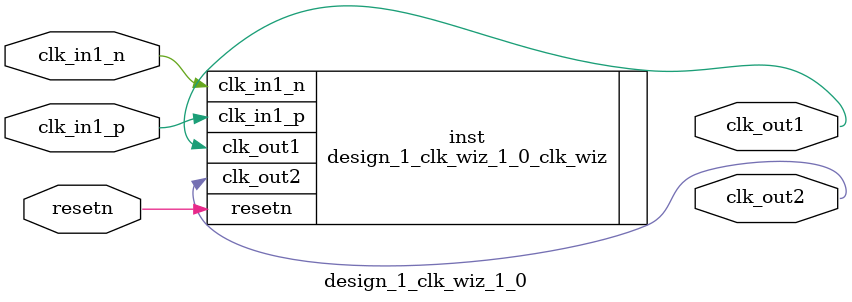
<source format=v>


`timescale 1ps/1ps

(* CORE_GENERATION_INFO = "design_1_clk_wiz_1_0,clk_wiz_v5_4_1_0,{component_name=design_1_clk_wiz_1_0,use_phase_alignment=true,use_min_o_jitter=false,use_max_i_jitter=false,use_dyn_phase_shift=false,use_inclk_switchover=false,use_dyn_reconfig=false,enable_axi=0,feedback_source=FDBK_AUTO,PRIMITIVE=MMCM,num_out_clk=2,clkin1_period=5.000,clkin2_period=10.0,use_power_down=false,use_reset=true,use_locked=false,use_inclk_stopped=false,feedback_type=SINGLE,CLOCK_MGR_TYPE=NA,manual_override=false}" *)

module design_1_clk_wiz_1_0 
 (
  // Clock out ports
  output        clk_out1,
  output        clk_out2,
  // Status and control signals
  input         resetn,
 // Clock in ports
  input         clk_in1_p,
  input         clk_in1_n
 );

  design_1_clk_wiz_1_0_clk_wiz inst
  (
  // Clock out ports  
  .clk_out1(clk_out1),
  .clk_out2(clk_out2),
  // Status and control signals               
  .resetn(resetn), 
 // Clock in ports
  .clk_in1_p(clk_in1_p),
  .clk_in1_n(clk_in1_n)
  );

endmodule

</source>
